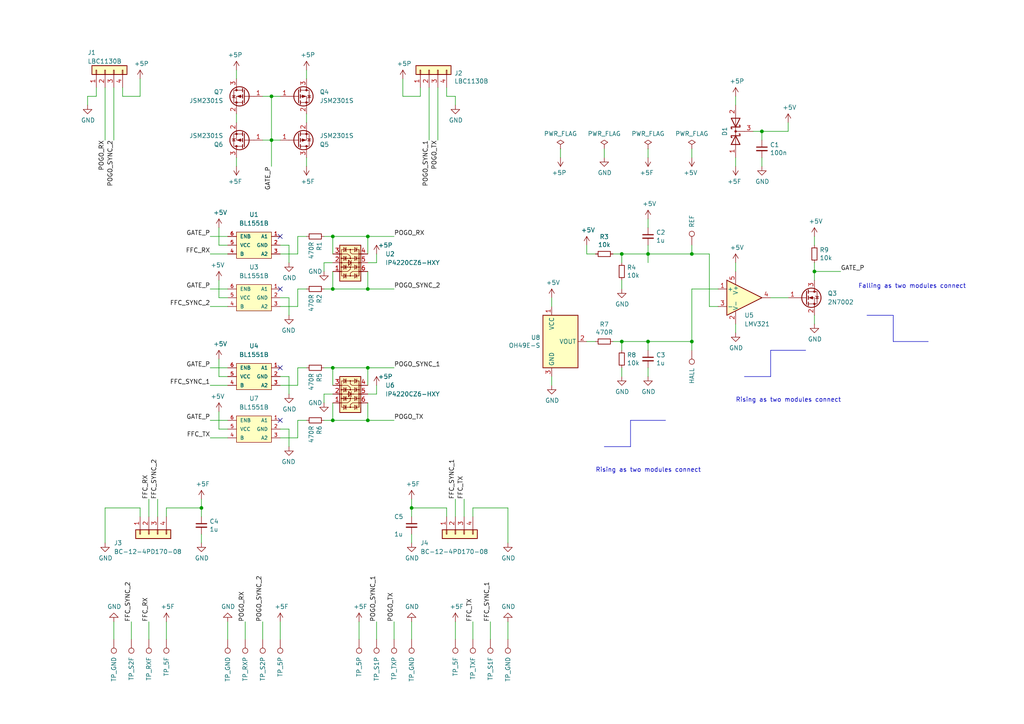
<source format=kicad_sch>
(kicad_sch (version 20231120) (generator "eeschema") (generator_version "8.0")
  (paper "A4")
  (lib_symbols
    (symbol "Amplifier_Operational:LM321" (pin_names (offset 0.127))
      (property "Reference" "U" (at 0 7.62 0))
      (property "Value" "LM321" (at 0 5.08 0))
      (symbol "LM321_0_1"
        (polyline (pts (xy -5.08 5.08) (xy 5.08 0) (xy -5.08 -5.08) (xy -5.08 5.08)) (stroke (width 0.254)) (fill (type background)))
      )
      (symbol "LM321_1_1"
        (pin input line (at -7.62 2.54 0) (length 2.54) (name "+") (number "1"))
        (pin power_in line (at -2.54 -7.62 90) (length 3.81) (name "V-") (number "2"))
        (pin input line (at -7.62 -2.54 0) (length 2.54) (name "-") (number "3"))
        (pin output line (at 7.62 0 180) (length 2.54) (name "~") (number "4"))
        (pin power_in line (at -2.54 7.62 270) (length 3.81) (name "V+") (number "5"))
      )
    )
    (symbol "Connector:TestPoint" (pin_numbers hide) (pin_names (offset 0.762) hide)
      (property "Reference" "TP" (at 0 6.858 0))
      (property "Value" "TestPoint" (at 0 5.08 0))
      (symbol "TestPoint_0_1"
        (circle (center 0 3.302) (radius 0.762))
      )
      (symbol "TestPoint_1_1"
        (pin passive line (at 0 0 90) (length 2.54) (name "1") (number "1"))
      )
    )
    (symbol "Connector_Generic:Conn_01x04" (pin_names (offset 1.016) hide)
      (property "Reference" "J" (at 0 5.08 0))
      (property "Value" "Conn_01x04" (at 0 -7.62 0))
      (symbol "Conn_01x04_1_1"
        (rectangle (start -1.27 -4.953) (end 0 -5.207) (stroke (width 0.1524)))
        (rectangle (start -1.27 -2.413) (end 0 -2.667) (stroke (width 0.1524)))
        (rectangle (start -1.27 0.127) (end 0 -0.127) (stroke (width 0.1524)))
        (rectangle (start -1.27 2.667) (end 0 2.413) (stroke (width 0.1524)))
        (rectangle (start -1.27 3.81) (end 1.27 -6.35) (stroke (width 0.254)) (fill (type background)))
        (pin passive line (at -5.08 2.54 0) (length 3.81) (name "Pin_1") (number "1"))
        (pin passive line (at -5.08 0 0) (length 3.81) (name "Pin_2") (number "2"))
        (pin passive line (at -5.08 -2.54 0) (length 3.81) (name "Pin_3") (number "3"))
        (pin passive line (at -5.08 -5.08 0) (length 3.81) (name "Pin_4") (number "4"))
      )
    )
    (symbol "Device:D_Schottky_Dual_CommonCathode_AAK" (pin_names (offset 0.762) hide)
      (property "Reference" "D" (at 1.27 -2.54 0))
      (property "Value" "D_Schottky_Dual_CommonCathode_AAK" (at 0 2.54 0))
      (symbol "D_Schottky_Dual_CommonCathode_AAK_0_1"
        (polyline (pts (xy -3.81 0) (xy 3.81 0)))
        (polyline (pts (xy 0 0) (xy 0 -2.54)))
        (polyline (pts (xy -1.27 -1.27) (xy -1.27 1.27) (xy -1.27 1.27)) (stroke (width 0.254)))
        (polyline (pts (xy 1.27 -1.27) (xy 1.27 1.27) (xy 1.27 1.27)) (stroke (width 0.254)))
        (polyline (pts (xy -1.27 -1.27) (xy -0.762 -1.27) (xy -0.762 -1.016) (xy -0.762 -1.016)) (stroke (width 0.254)))
        (polyline (pts (xy 1.27 -1.27) (xy 1.778 -1.27) (xy 1.778 -1.016) (xy 1.778 -1.016)) (stroke (width 0.254)))
        (polyline (pts (xy 1.27 1.27) (xy 0.762 1.27) (xy 0.762 1.016) (xy 0.762 1.016)) (stroke (width 0.254)))
        (polyline (pts (xy -1.778 1.016) (xy -1.778 1.27) (xy -1.27 1.27) (xy -1.27 1.27) (xy -1.27 1.27)) (stroke (width 0.254)))
        (polyline (pts (xy -3.81 1.27) (xy -1.27 0) (xy -3.81 -1.27) (xy -3.81 1.27) (xy -3.81 1.27) (xy -3.81 1.27)) (stroke (width 0.254)))
        (polyline (pts (xy 3.81 -1.27) (xy 1.27 0) (xy 3.81 1.27) (xy 3.81 -1.27) (xy 3.81 -1.27) (xy 3.81 -1.27)) (stroke (width 0.254)))
        (circle (center 0 0) (radius 0.254) (fill (type outline)))
        (pin passive line (at -7.62 0 0) (length 3.81) (name "A") (number "1"))
        (pin passive line (at 7.62 0 180) (length 3.81) (name "A") (number "2"))
        (pin passive line (at 0 -5.08 90) (length 2.54) (name "K") (number "3"))
      )
    )
    (symbol "Sensor_Magnetic:A1301KLHLT-T"
      (property "Reference" "U" (at 0 11.43 0))
      (property "Value" "A1301KLHLT-T" (at 0 8.89 0))
      (symbol "A1301KLHLT-T_0_1"
        (rectangle (start -5.08 7.62) (end 5.08 -7.62) (stroke (width 0.254)) (fill (type background)))
      )
      (symbol "A1301KLHLT-T_1_1"
        (pin power_in line (at -2.54 10.16 270) (length 2.54) (name "VCC") (number "1"))
        (pin output line (at 7.62 0 180) (length 2.54) (name "VOUT") (number "2"))
        (pin power_in line (at -2.54 -10.16 90) (length 2.54) (name "GND") (number "3"))
      )
    )
    (symbol "Transistor_FET:2N7002" (pin_names hide)
      (property "Reference" "Q" (at 5.08 1.905 0))
      (property "Value" "2N7002" (at 5.08 0 0))
      (symbol "2N7002_0_1"
        (polyline (pts (xy 0.254 0) (xy -2.54 0)))
        (polyline (pts (xy 0.254 1.905) (xy 0.254 -1.905)) (stroke (width 0.254)))
        (polyline (pts (xy 0.762 -1.27) (xy 0.762 -2.286)) (stroke (width 0.254)))
        (polyline (pts (xy 0.762 0.508) (xy 0.762 -0.508)) (stroke (width 0.254)))
        (polyline (pts (xy 0.762 2.286) (xy 0.762 1.27)) (stroke (width 0.254)))
        (polyline (pts (xy 2.54 2.54) (xy 2.54 1.778)))
        (polyline (pts (xy 2.54 -2.54) (xy 2.54 0) (xy 0.762 0)))
        (polyline (pts (xy 0.762 -1.778) (xy 3.302 -1.778) (xy 3.302 1.778) (xy 0.762 1.778)))
        (polyline (pts (xy 1.016 0) (xy 2.032 0.381) (xy 2.032 -0.381) (xy 1.016 0)) (fill (type outline)))
        (polyline (pts (xy 2.794 0.508) (xy 2.921 0.381) (xy 3.683 0.381) (xy 3.81 0.254)))
        (polyline (pts (xy 3.302 0.381) (xy 2.921 -0.254) (xy 3.683 -0.254) (xy 3.302 0.381)))
        (circle (center 1.651 0) (radius 2.794) (stroke (width 0.254)))
        (circle (center 2.54 -1.778) (radius 0.254) (fill (type outline)))
        (circle (center 2.54 1.778) (radius 0.254) (fill (type outline)))
      )
      (symbol "2N7002_1_1"
        (pin input line (at -5.08 0 0) (length 2.54) (name "G") (number "1"))
        (pin passive line (at 2.54 -5.08 90) (length 2.54) (name "S") (number "2"))
        (pin passive line (at 2.54 5.08 270) (length 2.54) (name "D") (number "3"))
      )
    )
    (symbol "Transistor_FET:IRLML5203" (pin_names hide)
      (property "Reference" "Q" (at 5.08 1.905 0))
      (property "Value" "IRLML5203" (at 5.08 0 0))
      (symbol "IRLML5203_0_1"
        (polyline (pts (xy 0.254 0) (xy -2.54 0)))
        (polyline (pts (xy 0.254 1.905) (xy 0.254 -1.905)) (stroke (width 0.254)))
        (polyline (pts (xy 0.762 -1.27) (xy 0.762 -2.286)) (stroke (width 0.254)))
        (polyline (pts (xy 0.762 0.508) (xy 0.762 -0.508)) (stroke (width 0.254)))
        (polyline (pts (xy 0.762 2.286) (xy 0.762 1.27)) (stroke (width 0.254)))
        (polyline (pts (xy 2.54 2.54) (xy 2.54 1.778)))
        (polyline (pts (xy 2.54 -2.54) (xy 2.54 0) (xy 0.762 0)))
        (polyline (pts (xy 0.762 1.778) (xy 3.302 1.778) (xy 3.302 -1.778) (xy 0.762 -1.778)))
        (polyline (pts (xy 2.286 0) (xy 1.27 0.381) (xy 1.27 -0.381) (xy 2.286 0)) (fill (type outline)))
        (polyline (pts (xy 2.794 -0.508) (xy 2.921 -0.381) (xy 3.683 -0.381) (xy 3.81 -0.254)))
        (polyline (pts (xy 3.302 -0.381) (xy 2.921 0.254) (xy 3.683 0.254) (xy 3.302 -0.381)))
        (circle (center 1.651 0) (radius 2.794) (stroke (width 0.254)))
        (circle (center 2.54 -1.778) (radius 0.254) (fill (type outline)))
        (circle (center 2.54 1.778) (radius 0.254) (fill (type outline)))
      )
      (symbol "IRLML5203_1_1"
        (pin input line (at -5.08 0 0) (length 2.54) (name "G") (number "1"))
        (pin passive line (at 2.54 -5.08 90) (length 2.54) (name "S") (number "2"))
        (pin passive line (at 2.54 5.08 270) (length 2.54) (name "D") (number "3"))
      )
    )
    (symbol "power:+5F" (power) (pin_names (offset 0))
      (property "Value" "+5F" (at 0 3.556 0))
      (symbol "+5F_0_1"
        (polyline (pts (xy -0.762 1.27) (xy 0 2.54)))
        (polyline (pts (xy 0 0) (xy 0 2.54)))
        (polyline (pts (xy 0 2.54) (xy 0.762 1.27)))
      )
      (symbol "+5F_1_1"
        (pin power_in line (at 0 0 90) (length 0) hide (name "+5F") (number "1"))
      )
    )
    (symbol "power:+5P" (power) (pin_names (offset 0))
      (property "Value" "+5P" (at 0 3.556 0))
      (symbol "+5P_0_1"
        (polyline (pts (xy -0.762 1.27) (xy 0 2.54)))
        (polyline (pts (xy 0 0) (xy 0 2.54)))
        (polyline (pts (xy 0 2.54) (xy 0.762 1.27)))
      )
      (symbol "+5P_1_1"
        (pin power_in line (at 0 0 90) (length 0) hide (name "+5P") (number "1"))
      )
    )
    (symbol "power:+5V" (power) (pin_names (offset 0))
      (property "Value" "+5V" (at 0 3.556 0))
      (symbol "+5V_0_1"
        (polyline (pts (xy -0.762 1.27) (xy 0 2.54)))
        (polyline (pts (xy 0 0) (xy 0 2.54)))
        (polyline (pts (xy 0 2.54) (xy 0.762 1.27)))
      )
      (symbol "+5V_1_1"
        (pin power_in line (at 0 0 90) (length 0) hide (name "+5V") (number "1"))
      )
    )
    (symbol "power:GND" (power) (pin_names (offset 0))
      (property "Value" "GND" (at 0 -3.81 0))
      (symbol "GND_0_1"
        (polyline (pts (xy 0 0) (xy 0 -1.27) (xy 1.27 -1.27) (xy 0 -2.54) (xy -1.27 -1.27) (xy 0 -1.27)))
      )
      (symbol "GND_1_1"
        (pin power_in line (at 0 0 270) (length 0) hide (name "GND") (number "1"))
      )
    )
    (symbol "power:PWR_FLAG" (power) (pin_numbers hide) (pin_names (offset 0) hide)
      (property "Value" "PWR_FLAG" (at 0 3.81 0))
      (symbol "PWR_FLAG_0_0"
        (pin power_out line (at 0 0 90) (length 0) (name "pwr") (number "1"))
      )
      (symbol "PWR_FLAG_0_1"
        (polyline (pts (xy 0 0) (xy 0 1.27) (xy -1.016 1.905) (xy 0 2.54) (xy 1.016 1.905) (xy 0 1.27)))
      )
    )
    (symbol "suku_basics:BL1551B" (pin_names (offset 1.016))
      (property "Reference" "U" (at 0 5.08 0))
      (property "Value" "BL1551B" (at 0 -5.08 0))
      (symbol "BL1551B_0_1"
        (rectangle (start -5.08 3.81) (end 5.08 -3.81) (fill (type background)))
      )
      (symbol "BL1551B_1_1"
        (pin bidirectional line (at -7.62 2.54 0) (length 2.54) (name "A1") (number "1"))
        (pin power_in line (at -7.62 0 0) (length 2.54) (name "GND") (number "2"))
        (pin bidirectional line (at -7.62 -2.54 0) (length 2.54) (name "A2") (number "3"))
        (pin bidirectional line (at 7.62 -2.54 180) (length 2.54) (name "B") (number "4"))
        (pin power_in line (at 7.62 0 180) (length 2.54) (name "VCC") (number "5"))
        (pin input line (at 7.62 2.54 180) (length 2.54) (name "ENB") (number "6"))
      )
    )
    (symbol "suku_basics:CAP" (pin_numbers hide) (pin_names (offset 0.254) hide)
      (property "Reference" "C" (at 0.254 1.778 0))
      (property "Value" "CAP" (at 0.254 -2.032 0))
      (symbol "CAP_0_1"
        (polyline (pts (xy -1.524 -0.508) (xy 1.524 -0.508)) (stroke (width 0.3302)))
        (polyline (pts (xy -1.524 0.508) (xy 1.524 0.508)) (stroke (width 0.3048)))
      )
      (symbol "CAP_1_1"
        (pin passive line (at 0 2.54 270) (length 2.032) (name "~") (number "1"))
        (pin passive line (at 0 -2.54 90) (length 2.032) (name "~") (number "2"))
      )
    )
    (symbol "suku_basics:RES" (pin_numbers hide) (pin_names (offset 0.254) hide)
      (property "Reference" "R" (at 0.762 0.508 0))
      (property "Value" "RES" (at 0.762 -1.016 0))
      (symbol "RES_1_1"
        (rectangle (start -0.762 1.778) (end 0.762 -1.778) (stroke (width 0.2032)))
        (pin passive line (at 0 2.54 270) (length 0.762) (name "~") (number "1"))
        (pin passive line (at 0 -2.54 90) (length 0.762) (name "~") (number "2"))
      )
    )
    (symbol "suku_basics:U_ESD_4ch"
      (property "Reference" "U" (at -6.985 -2.54 0))
      (property "Value" "U_ESD_4ch" (at 6.35 1.27 90))
      (symbol "U_ESD_4ch_0_1"
        (rectangle (start -5.334 3.048) (end 5.08 -3.048) (stroke (width 0.254)) (fill (type background)))
        (circle (center -3.81 0) (radius 0.127))
        (circle (center -3.81 0) (radius 0.127))
        (circle (center -1.27 -2.54) (radius 0.127))
        (circle (center -1.27 -2.54) (radius 0.127))
        (circle (center -1.27 0) (radius 0.127))
        (circle (center -1.27 0) (radius 0.127))
        (circle (center -1.27 2.54) (radius 0.127))
        (circle (center -1.27 2.54) (radius 0.127))
        (circle (center 0 -2.54) (radius 0.127))
        (circle (center 0 -2.54) (radius 0.127))
        (polyline (pts (xy -4.445 -1.27) (xy -3.175 -1.27)))
        (polyline (pts (xy -4.445 -1.27) (xy -3.175 -1.27)))
        (polyline (pts (xy -4.445 1.905) (xy -3.175 1.905)))
        (polyline (pts (xy -3.81 -2.54) (xy -3.81 -0.635)))
        (polyline (pts (xy -3.81 -2.54) (xy 3.81 -2.54)))
        (polyline (pts (xy -3.81 -0.635) (xy -3.81 0.635)))
        (polyline (pts (xy -3.81 0.635) (xy -3.81 2.54)))
        (polyline (pts (xy -3.81 2.54) (xy 3.81 2.54)))
        (polyline (pts (xy -3.81 2.54) (xy 3.81 2.54)))
        (polyline (pts (xy -1.905 -1.27) (xy -0.635 -1.27)))
        (polyline (pts (xy -1.905 -1.27) (xy -0.635 -1.27)))
        (polyline (pts (xy -1.905 1.905) (xy -0.635 1.905)))
        (polyline (pts (xy -1.27 -2.54) (xy -1.27 -0.635)))
        (polyline (pts (xy -1.27 -2.54) (xy -1.27 -0.635)))
        (polyline (pts (xy -1.27 0.635) (xy -1.27 -0.635)))
        (polyline (pts (xy -1.27 0.635) (xy -1.27 2.54)))
        (polyline (pts (xy 0 -0.889) (xy 0 -3.81)))
        (polyline (pts (xy 0 -0.889) (xy 0 1.016)))
        (polyline (pts (xy 0 -0.889) (xy 0 1.016)))
        (polyline (pts (xy 0 1.016) (xy 0 3.81)))
        (polyline (pts (xy 0.635 -1.27) (xy 1.905 -1.27)))
        (polyline (pts (xy 0.635 -1.27) (xy 1.905 -1.27)))
        (polyline (pts (xy 0.635 1.905) (xy 1.905 1.905)))
        (polyline (pts (xy 1.27 -2.54) (xy 1.27 -0.635)))
        (polyline (pts (xy 1.27 -2.54) (xy 1.27 -0.635)))
        (polyline (pts (xy 1.27 0.635) (xy 1.27 -0.635)))
        (polyline (pts (xy 1.27 0.635) (xy 1.27 2.54)))
        (polyline (pts (xy 3.175 -1.27) (xy 4.445 -1.27)))
        (polyline (pts (xy 3.175 -1.27) (xy 4.445 -1.27)))
        (polyline (pts (xy 3.175 1.905) (xy 4.445 1.905)))
        (polyline (pts (xy 3.81 -2.54) (xy 3.81 -0.635)))
        (polyline (pts (xy 3.81 0.635) (xy 3.81 -0.635)))
        (polyline (pts (xy 3.81 0.635) (xy 3.81 2.54)))
        (polyline (pts (xy 0.762 0.254) (xy -0.762 0.254) (xy -0.762 0)))
        (polyline (pts (xy -4.445 -1.905) (xy -3.175 -1.905) (xy -3.81 -1.27) (xy -4.445 -1.905)))
        (polyline (pts (xy -4.445 1.27) (xy -3.175 1.27) (xy -3.81 1.905) (xy -4.445 1.27)))
        (polyline (pts (xy -2.54 -3.81) (xy -2.54 -0.762) (xy -1.905 0) (xy -1.27 0)))
        (polyline (pts (xy -2.54 3.81) (xy -2.54 0.635) (xy -3.048 0) (xy -3.937 0)))
        (polyline (pts (xy -1.905 -1.905) (xy -0.635 -1.905) (xy -1.27 -1.27) (xy -1.905 -1.905)))
        (polyline (pts (xy -1.905 1.27) (xy -0.635 1.27) (xy -1.27 1.905) (xy -1.905 1.27)))
        (polyline (pts (xy -0.762 -0.508) (xy 0.762 -0.508) (xy 0 0.254) (xy -0.762 -0.508)))
        (polyline (pts (xy -0.762 -0.508) (xy 0.762 -0.508) (xy 0 0.254) (xy -0.762 -0.508)))
        (polyline (pts (xy 0.635 -1.905) (xy 1.905 -1.905) (xy 1.27 -1.27) (xy 0.635 -1.905)))
        (polyline (pts (xy 0.635 1.27) (xy 1.905 1.27) (xy 1.27 1.905) (xy 0.635 1.27)))
        (polyline (pts (xy 2.54 -3.81) (xy 2.54 -0.762) (xy 1.905 0) (xy 1.143 0)))
        (polyline (pts (xy 2.54 3.81) (xy 2.54 0.508) (xy 2.921 0) (xy 3.81 0)))
        (polyline (pts (xy 3.175 -1.905) (xy 4.445 -1.905) (xy 3.81 -1.27) (xy 3.175 -1.905)))
        (polyline (pts (xy 3.175 1.27) (xy 4.445 1.27) (xy 3.81 1.905) (xy 3.175 1.27)))
        (circle (center 0 2.54) (radius 0.127))
        (circle (center 0 2.54) (radius 0.127))
        (circle (center 1.27 -2.54) (radius 0.127))
        (circle (center 1.27 -2.54) (radius 0.127))
        (circle (center 1.27 0) (radius 0.127))
        (circle (center 1.27 0) (radius 0.127))
        (circle (center 1.27 2.54) (radius 0.127))
        (circle (center 1.27 2.54) (radius 0.127))
        (circle (center 3.81 0) (radius 0.127))
        (circle (center 3.81 0) (radius 0.127))
      )
      (symbol "U_ESD_4ch_1_1"
        (pin passive line (at -2.54 -5.08 90) (length 2.54) (name "~") (number "1"))
        (pin passive line (at 0 -5.08 90) (length 2.54) (name "~") (number "2"))
        (pin passive line (at 2.54 -5.08 90) (length 2.54) (name "~") (number "3"))
        (pin passive line (at 2.54 5.08 270) (length 2.54) (name "~") (number "4"))
        (pin passive line (at 0 5.08 270) (length 2.54) (name "~") (number "5"))
        (pin passive line (at -2.54 5.08 270) (length 2.54) (name "~") (number "6"))
      )
    )
  )
  (junction (at 96.52 121.92))
  (junction (at 180.34 73.66))
  (junction (at 119.38 147.32))
  (junction (at 236.22 78.74))
  (junction (at 220.98 38.1))
  (junction (at 200.66 99.06))
  (junction (at 96.52 83.82))
  (junction (at 106.68 83.82))
  (junction (at 187.96 73.66))
  (junction (at 106.68 121.92))
  (junction (at 106.68 68.58))
  (junction (at 200.66 73.66))
  (junction (at 187.96 99.06))
  (junction (at 78.74 27.94))
  (junction (at 78.74 40.64))
  (junction (at 96.52 68.58))
  (junction (at 58.42 147.32))
  (junction (at 180.34 99.06))
  (junction (at 96.52 106.68))
  (junction (at 106.68 106.68))
  (no_connect (at 81.28 106.68))
  (no_connect (at 81.28 121.92))
  (no_connect (at 81.28 83.82))
  (no_connect (at 81.28 68.58))
  (wire (pts (xy 68.58 33.02) (xy 68.58 35.56)))
  (wire (pts (xy 81.28 40.64) (xy 78.74 40.64)))
  (polyline (pts (xy 251.46 91.44) (xy 259.08 91.44)))
  (polyline (pts (xy 259.08 91.44) (xy 259.08 99.06)))
  (wire (pts (xy 208.28 83.82) (xy 200.66 83.82)))
  (wire (pts (xy 236.22 93.98) (xy 236.22 91.44)))
  (wire (pts (xy 78.74 40.64) (xy 76.2 40.64)))
  (wire (pts (xy 162.56 43.18) (xy 162.56 45.72)))
  (wire (pts (xy 116.84 27.94) (xy 121.92 27.94)))
  (wire (pts (xy 86.36 127) (xy 86.36 121.92)))
  (wire (pts (xy 30.48 25.4) (xy 30.48 40.64)))
  (wire (pts (xy 220.98 40.64) (xy 220.98 38.1)))
  (wire (pts (xy 33.02 180.34) (xy 33.02 185.42)))
  (wire (pts (xy 48.26 147.32) (xy 48.26 149.86)))
  (wire (pts (xy 129.54 25.4) (xy 129.54 27.94)))
  (wire (pts (xy 27.94 27.94) (xy 27.94 25.4)))
  (wire (pts (xy 160.02 86.36) (xy 160.02 88.9)))
  (wire (pts (xy 200.66 71.12) (xy 200.66 73.66)))
  (wire (pts (xy 137.16 180.34) (xy 137.16 185.42)))
  (wire (pts (xy 106.68 121.92) (xy 114.3 121.92)))
  (wire (pts (xy 220.98 48.26) (xy 220.98 45.72)))
  (wire (pts (xy 104.14 180.34) (xy 104.14 185.42)))
  (wire (pts (xy 170.18 73.66) (xy 172.72 73.66)))
  (wire (pts (xy 213.36 48.26) (xy 213.36 45.72)))
  (wire (pts (xy 223.52 86.36) (xy 228.6 86.36)))
  (wire (pts (xy 109.22 73.66) (xy 109.22 76.2)))
  (wire (pts (xy 81.28 88.9) (xy 86.36 88.9)))
  (wire (pts (xy 119.38 180.34) (xy 119.38 185.42)))
  (polyline (pts (xy 223.52 109.22) (xy 223.52 101.6)))
  (wire (pts (xy 137.16 147.32) (xy 137.16 149.86)))
  (wire (pts (xy 86.36 68.58) (xy 88.9 68.58)))
  (wire (pts (xy 68.58 20.32) (xy 68.58 22.86)))
  (wire (pts (xy 187.96 43.18) (xy 187.96 45.72)))
  (wire (pts (xy 71.12 180.34) (xy 71.12 185.42)))
  (wire (pts (xy 213.36 76.2) (xy 213.36 78.74)))
  (wire (pts (xy 86.36 111.76) (xy 86.36 106.68)))
  (wire (pts (xy 106.68 73.66) (xy 106.68 68.58)))
  (wire (pts (xy 129.54 147.32) (xy 129.54 149.86)))
  (wire (pts (xy 132.08 180.34) (xy 132.08 185.42)))
  (wire (pts (xy 96.52 116.84) (xy 96.52 121.92)))
  (wire (pts (xy 160.02 111.76) (xy 160.02 109.22)))
  (wire (pts (xy 81.28 73.66) (xy 86.36 73.66)))
  (wire (pts (xy 96.52 76.2) (xy 93.98 76.2)))
  (wire (pts (xy 66.04 124.46) (xy 63.5 124.46)))
  (wire (pts (xy 96.52 83.82) (xy 106.68 83.82)))
  (polyline (pts (xy 259.08 99.06) (xy 269.24 99.06)))
  (wire (pts (xy 30.48 147.32) (xy 40.64 147.32)))
  (wire (pts (xy 96.52 73.66) (xy 96.52 68.58)))
  (wire (pts (xy 81.28 180.34) (xy 81.28 185.42)))
  (wire (pts (xy 180.34 73.66) (xy 177.8 73.66)))
  (wire (pts (xy 106.68 83.82) (xy 114.3 83.82)))
  (wire (pts (xy 66.04 109.22) (xy 63.5 109.22)))
  (wire (pts (xy 175.26 43.18) (xy 175.26 45.72)))
  (wire (pts (xy 66.04 88.9) (xy 60.96 88.9)))
  (wire (pts (xy 187.96 73.66) (xy 200.66 73.66)))
  (wire (pts (xy 180.34 76.2) (xy 180.34 73.66)))
  (wire (pts (xy 187.96 76.2) (xy 187.96 73.66)))
  (wire (pts (xy 205.74 88.9) (xy 208.28 88.9)))
  (wire (pts (xy 88.9 33.02) (xy 88.9 35.56)))
  (wire (pts (xy 106.68 111.76) (xy 106.68 106.68)))
  (wire (pts (xy 58.42 144.78) (xy 58.42 147.32)))
  (wire (pts (xy 93.98 106.68) (xy 96.52 106.68)))
  (wire (pts (xy 63.5 119.38) (xy 63.5 124.46)))
  (wire (pts (xy 58.42 149.86) (xy 58.42 147.32)))
  (wire (pts (xy 66.04 86.36) (xy 63.5 86.36)))
  (wire (pts (xy 142.24 180.34) (xy 142.24 185.42)))
  (polyline (pts (xy 182.88 129.54) (xy 182.88 121.92)))
  (wire (pts (xy 119.38 157.48) (xy 119.38 154.94)))
  (wire (pts (xy 187.96 109.22) (xy 187.96 106.68)))
  (wire (pts (xy 68.58 48.26) (xy 68.58 45.72)))
  (wire (pts (xy 38.1 180.34) (xy 38.1 185.42)))
  (wire (pts (xy 93.98 68.58) (xy 96.52 68.58)))
  (wire (pts (xy 96.52 121.92) (xy 106.68 121.92)))
  (wire (pts (xy 106.68 116.84) (xy 106.68 121.92)))
  (wire (pts (xy 86.36 88.9) (xy 86.36 83.82)))
  (wire (pts (xy 83.82 86.36) (xy 83.82 91.44)))
  (wire (pts (xy 187.96 99.06) (xy 180.34 99.06)))
  (wire (pts (xy 88.9 121.92) (xy 86.36 121.92)))
  (wire (pts (xy 88.9 20.32) (xy 88.9 22.86)))
  (wire (pts (xy 35.56 25.4) (xy 35.56 27.94)))
  (wire (pts (xy 76.2 180.34) (xy 76.2 185.42)))
  (wire (pts (xy 180.34 106.68) (xy 180.34 109.22)))
  (wire (pts (xy 200.66 99.06) (xy 187.96 99.06)))
  (wire (pts (xy 200.66 43.18) (xy 200.66 45.72)))
  (wire (pts (xy 96.52 114.3) (xy 93.98 114.3)))
  (wire (pts (xy 81.28 111.76) (xy 86.36 111.76)))
  (wire (pts (xy 60.96 68.58) (xy 66.04 68.58)))
  (wire (pts (xy 40.64 27.94) (xy 40.64 22.86)))
  (wire (pts (xy 66.04 121.92) (xy 60.96 121.92)))
  (wire (pts (xy 200.66 73.66) (xy 205.74 73.66)))
  (wire (pts (xy 83.82 124.46) (xy 83.82 129.54)))
  (wire (pts (xy 220.98 38.1) (xy 228.6 38.1)))
  (wire (pts (xy 96.52 78.74) (xy 96.52 83.82)))
  (wire (pts (xy 106.68 78.74) (xy 106.68 83.82)))
  (wire (pts (xy 25.4 27.94) (xy 27.94 27.94)))
  (wire (pts (xy 83.82 71.12) (xy 81.28 71.12)))
  (wire (pts (xy 43.18 180.34) (xy 43.18 185.42)))
  (wire (pts (xy 60.96 106.68) (xy 66.04 106.68)))
  (wire (pts (xy 81.28 127) (xy 86.36 127)))
  (wire (pts (xy 96.52 111.76) (xy 96.52 106.68)))
  (wire (pts (xy 66.04 180.34) (xy 66.04 185.42)))
  (wire (pts (xy 96.52 106.68) (xy 106.68 106.68)))
  (wire (pts (xy 180.34 81.28) (xy 180.34 83.82)))
  (wire (pts (xy 60.96 73.66) (xy 66.04 73.66)))
  (wire (pts (xy 63.5 66.04) (xy 63.5 71.12)))
  (wire (pts (xy 121.92 27.94) (xy 121.92 25.4)))
  (wire (pts (xy 205.74 73.66) (xy 205.74 88.9)))
  (wire (pts (xy 228.6 38.1) (xy 228.6 35.56)))
  (wire (pts (xy 180.34 101.6) (xy 180.34 99.06)))
  (wire (pts (xy 83.82 86.36) (xy 81.28 86.36)))
  (wire (pts (xy 109.22 76.2) (xy 106.68 76.2)))
  (wire (pts (xy 88.9 48.26) (xy 88.9 45.72)))
  (wire (pts (xy 58.42 157.48) (xy 58.42 154.94)))
  (wire (pts (xy 83.82 124.46) (xy 81.28 124.46)))
  (wire (pts (xy 213.36 96.52) (xy 213.36 93.98)))
  (polyline (pts (xy 215.9 109.22) (xy 223.52 109.22)))
  (wire (pts (xy 78.74 27.94) (xy 78.74 40.64)))
  (wire (pts (xy 109.22 111.76) (xy 109.22 114.3)))
  (wire (pts (xy 119.38 147.32) (xy 119.38 149.86)))
  (wire (pts (xy 48.26 147.32) (xy 58.42 147.32)))
  (wire (pts (xy 45.72 144.78) (xy 45.72 149.86)))
  (wire (pts (xy 200.66 83.82) (xy 200.66 99.06)))
  (wire (pts (xy 236.22 78.74) (xy 243.84 78.74)))
  (wire (pts (xy 43.18 144.78) (xy 43.18 149.86)))
  (wire (pts (xy 93.98 83.82) (xy 96.52 83.82)))
  (wire (pts (xy 114.3 180.34) (xy 114.3 185.42)))
  (wire (pts (xy 83.82 109.22) (xy 81.28 109.22)))
  (wire (pts (xy 170.18 99.06) (xy 172.72 99.06)))
  (wire (pts (xy 116.84 22.86) (xy 116.84 27.94)))
  (wire (pts (xy 213.36 27.94) (xy 213.36 30.48)))
  (wire (pts (xy 93.98 114.3) (xy 93.98 116.84)))
  (wire (pts (xy 187.96 63.5) (xy 187.96 66.04)))
  (wire (pts (xy 119.38 147.32) (xy 129.54 147.32)))
  (wire (pts (xy 86.36 73.66) (xy 86.36 68.58)))
  (wire (pts (xy 78.74 40.64) (xy 78.74 48.26)))
  (wire (pts (xy 93.98 121.92) (xy 96.52 121.92)))
  (wire (pts (xy 40.64 147.32) (xy 40.64 149.86)))
  (wire (pts (xy 33.02 25.4) (xy 33.02 40.64)))
  (wire (pts (xy 30.48 147.32) (xy 30.48 157.48)))
  (wire (pts (xy 236.22 68.58) (xy 236.22 71.12)))
  (wire (pts (xy 83.82 114.3) (xy 83.82 109.22)))
  (wire (pts (xy 88.9 83.82) (xy 86.36 83.82)))
  (wire (pts (xy 63.5 104.14) (xy 63.5 109.22)))
  (wire (pts (xy 236.22 78.74) (xy 236.22 81.28)))
  (wire (pts (xy 236.22 76.2) (xy 236.22 78.74)))
  (wire (pts (xy 88.9 106.68) (xy 86.36 106.68)))
  (wire (pts (xy 93.98 76.2) (xy 93.98 78.74)))
  (wire (pts (xy 25.4 30.48) (xy 25.4 27.94)))
  (wire (pts (xy 96.52 68.58) (xy 106.68 68.58)))
  (wire (pts (xy 200.66 99.06) (xy 200.66 101.6)))
  (wire (pts (xy 66.04 127) (xy 60.96 127)))
  (wire (pts (xy 76.2 27.94) (xy 78.74 27.94)))
  (wire (pts (xy 187.96 71.12) (xy 187.96 73.66)))
  (polyline (pts (xy 223.52 101.6) (xy 233.68 101.6)))
  (wire (pts (xy 63.5 81.28) (xy 63.5 86.36)))
  (wire (pts (xy 66.04 83.82) (xy 60.96 83.82)))
  (wire (pts (xy 106.68 106.68) (xy 114.3 106.68)))
  (wire (pts (xy 170.18 71.12) (xy 170.18 73.66)))
  (wire (pts (xy 106.68 68.58) (xy 114.3 68.58)))
  (wire (pts (xy 66.04 71.12) (xy 63.5 71.12)))
  (wire (pts (xy 220.98 38.1) (xy 218.44 38.1)))
  (polyline (pts (xy 182.88 121.92) (xy 193.04 121.92)))
  (wire (pts (xy 129.54 27.94) (xy 132.08 27.94)))
  (wire (pts (xy 147.32 180.34) (xy 147.32 185.42)))
  (wire (pts (xy 60.96 111.76) (xy 66.04 111.76)))
  (wire (pts (xy 35.56 27.94) (xy 40.64 27.94)))
  (wire (pts (xy 109.22 180.34) (xy 109.22 185.42)))
  (wire (pts (xy 132.08 27.94) (xy 132.08 30.48)))
  (wire (pts (xy 119.38 144.78) (xy 119.38 147.32)))
  (wire (pts (xy 187.96 101.6) (xy 187.96 99.06)))
  (wire (pts (xy 48.26 180.34) (xy 48.26 185.42)))
  (wire (pts (xy 134.62 144.78) (xy 134.62 149.86)))
  (wire (pts (xy 187.96 73.66) (xy 180.34 73.66)))
  (wire (pts (xy 124.46 25.4) (xy 124.46 40.64)))
  (polyline (pts (xy 175.26 129.54) (xy 182.88 129.54)))
  (wire (pts (xy 180.34 99.06) (xy 177.8 99.06)))
  (wire (pts (xy 132.08 144.78) (xy 132.08 149.86)))
  (wire (pts (xy 127 25.4) (xy 127 40.64)))
  (wire (pts (xy 81.28 27.94) (xy 78.74 27.94)))
  (wire (pts (xy 137.16 147.32) (xy 147.32 147.32)))
  (wire (pts (xy 147.32 157.48) (xy 147.32 147.32)))
  (wire (pts (xy 83.82 76.2) (xy 83.82 71.12)))
  (wire (pts (xy 109.22 114.3) (xy 106.68 114.3)))
  (text "Rising as two modules connect\n" (at 172.72 137.16 0) (effects (font (size 1.27 1.27)) (justify left bottom)))
  (text "Rising as two modules connect\n" (at 213.36 116.84 0) (effects (font (size 1.27 1.27)) (justify left bottom)))
  (text "Falling as two modules connect" (at 248.92 83.82 0) (effects (font (size 1.27 1.27)) (justify left bottom)))
  (label "GATE_P" (at 60.96 106.68 180))
  (label "GATE_P" (at 60.96 121.92 180))
  (label "GATE_P" (at 60.96 83.82 180))
  (label "POGO_RX" (at 71.12 180.34 90))
  (label "FFC_SYNC_1" (at 60.96 111.76 180))
  (label "FFC_SYNC_1" (at 132.08 144.78 90))
  (label "FFC_SYNC_2" (at 60.96 88.9 180))
  (label "FFC_SYNC_2" (at 45.72 144.78 90))
  (label "FFC_TX" (at 134.62 144.78 90))
  (label "FFC_SYNC_1" (at 142.24 180.34 90))
  (label "GATE_P" (at 78.74 48.26 270))
  (label "GATE_P" (at 243.84 78.74 0))
  (label "POGO_TX" (at 114.3 121.92 0))
  (label "POGO_SYNC_1" (at 109.22 180.34 90))
  (label "POGO_SYNC_2" (at 33.02 40.64 270))
  (label "FFC_TX" (at 137.16 180.34 90))
  (label "FFC_RX" (at 43.18 180.34 90))
  (label "POGO_TX" (at 127 40.64 270))
  (label "FFC_SYNC_2" (at 38.1 180.34 90))
  (label "FFC_TX" (at 60.96 127 180))
  (label "GATE_P" (at 60.96 68.58 180))
  (label "POGO_SYNC_2" (at 76.2 180.34 90))
  (label "POGO_SYNC_1" (at 114.3 106.68 0))
  (label "POGO_SYNC_2" (at 114.3 83.82 0))
  (label "POGO_RX" (at 30.48 40.64 270))
  (label "POGO_RX" (at 114.3 68.58 0))
  (label "FFC_RX" (at 60.96 73.66 180))
  (label "FFC_RX" (at 43.18 144.78 90))
  (label "POGO_SYNC_1" (at 124.46 40.64 270))
  (label "POGO_TX" (at 114.3 180.34 90))
  (symbol (lib_id "suku_basics:U_ESD_4ch") (at 101.6 76.2 270) (mirror x) (unit 1)
    (property "Reference" "U2" (at 111.76 73.66 90) (effects (justify left)))
    (property "Value" "IP4220CZ6-HXY" (at 111.76 76.2 90) (effects (justify left)))
    (property "Footprint" "suku_basics:SOT-23-6-AND-SOT-363" (effects (hide yes)))
    (property "Datasheet" "https://jlcpcb.com/partdetail/HxyMosfet-IP4220CZ6HXY/C5451661" (effects (hide yes)))
    (property "Part" "C294963" (effects (hide yes)))
  )
  (symbol (lib_id "suku_basics:RES") (at 91.44 68.58 270) (unit 1)
    (property "Reference" "R1" (at 92.6084 70.0786 0) (effects (justify left)))
    (property "Value" "470R" (at 90.297 70.0786 0) (effects (justify left)))
    (property "Footprint" "suku_basics:RES_0402" (effects (hide yes)))
  )
  (symbol (lib_id "Connector_Generic:Conn_01x04") (at 30.48 20.32 90) (unit 1)
    (property "Reference" "J1" (at 25.4 15.24 90) (effects (justify right)))
    (property "Value" "LBC1130B" (at 25.4 17.78 90) (effects (justify right)))
    (property "Footprint" "suku_basics:J_4xPOGO_SMD" (effects (hide yes)))
    (property "Part" "LBC1130B" (effects (hide yes)))
  )
  (symbol (lib_id "Connector_Generic:Conn_01x04") (at 124.46 20.32 90) (unit 1)
    (property "Reference" "J2" (at 131.7752 21.2344 90) (effects (justify right)))
    (property "Value" "LBC1130B" (at 131.7752 23.5458 90) (effects (justify right)))
    (property "Footprint" "suku_basics:J_4xPOGO_SMD" (effects (hide yes)))
    (property "Part" "LBC1130B" (effects (hide yes)))
  )
  (symbol (lib_id "power:GND") (at 93.98 78.74 0) (unit 1)
    (property "Reference" "#PWR018" (effects (hide yes)))
    (property "Value" "GND" (at 91.44 78.74 0))
  )
  (symbol (lib_id "power:+5P") (at 116.84 22.86 0) (unit 1)
    (property "Reference" "#PWR04" (effects (hide yes)))
    (property "Value" "+5P" (at 117.221 18.4658 0))
  )
  (symbol (lib_id "power:GND") (at 25.4 30.48 0) (unit 1)
    (property "Reference" "#PWR05" (effects (hide yes)))
    (property "Value" "GND" (at 25.527 34.8742 0))
  )
  (symbol (lib_id "power:+5P") (at 40.64 22.86 0) (unit 1)
    (property "Reference" "#PWR03" (effects (hide yes)))
    (property "Value" "+5P" (at 41.021 18.4658 0))
  )
  (symbol (lib_id "power:GND") (at 132.08 30.48 0) (unit 1)
    (property "Reference" "#PWR06" (effects (hide yes)))
    (property "Value" "GND" (at 132.207 34.8742 0))
  )
  (symbol (lib_id "power:+5P") (at 88.9 20.32 0) (unit 1)
    (property "Reference" "#PWR02" (effects (hide yes)))
    (property "Value" "+5P" (at 89.281 15.9258 0))
  )
  (symbol (lib_id "power:+5F") (at 68.58 48.26 180) (unit 1)
    (property "Reference" "#PWR07" (effects (hide yes)))
    (property "Value" "+5F" (at 68.199 52.6542 0))
  )
  (symbol (lib_id "power:+5P") (at 68.58 20.32 0) (mirror y) (unit 1)
    (property "Reference" "#PWR01" (effects (hide yes)))
    (property "Value" "+5P" (at 68.199 15.9258 0))
  )
  (symbol (lib_id "power:+5F") (at 88.9 48.26 0) (mirror x) (unit 1)
    (property "Reference" "#PWR08" (effects (hide yes)))
    (property "Value" "+5F" (at 89.281 52.6542 0))
  )
  (symbol (lib_id "power:+5P") (at 109.22 73.66 0) (unit 1)
    (property "Reference" "#PWR012" (effects (hide yes)))
    (property "Value" "+5P" (at 111.76 71.12 0))
  )
  (symbol (lib_id "suku_basics:U_ESD_4ch") (at 101.6 114.3 270) (mirror x) (unit 1)
    (property "Reference" "U6" (at 111.76 111.76 90) (effects (justify left)))
    (property "Value" "IP4220CZ6-HXY" (at 111.76 114.3 90) (effects (justify left)))
    (property "Footprint" "suku_basics:SOT-23-6-AND-SOT-363" (effects (hide yes)))
    (property "Datasheet" "https://jlcpcb.com/partdetail/HxyMosfet-IP4220CZ6HXY/C5451661" (effects (hide yes)))
    (property "Part" "C294963" (effects (hide yes)))
  )
  (symbol (lib_id "suku_basics:CAP") (at 58.42 152.4 0) (unit 1)
    (property "Reference" "C4" (at 60.7568 151.2316 0) (effects (justify left)))
    (property "Value" "1u" (at 60.7568 153.543 0) (effects (justify left)))
    (property "Footprint" "suku_basics:CAP_0402" (effects (hide yes)))
  )
  (symbol (lib_id "power:GND") (at 30.48 157.48 0) (unit 1)
    (property "Reference" "#PWR040" (effects (hide yes)))
    (property "Value" "GND" (at 30.607 161.8742 0))
  )
  (symbol (lib_id "power:+5F") (at 58.42 144.78 0) (unit 1)
    (property "Reference" "#PWR038" (effects (hide yes)))
    (property "Value" "+5F" (at 58.801 140.3858 0))
  )
  (symbol (lib_id "power:GND") (at 58.42 157.48 0) (unit 1)
    (property "Reference" "#PWR041" (effects (hide yes)))
    (property "Value" "GND" (at 58.547 161.8742 0))
  )
  (symbol (lib_id "suku_basics:CAP") (at 119.38 152.4 0) (unit 1)
    (property "Reference" "C5" (at 114.3 149.86 0) (effects (justify left)))
    (property "Value" "1u" (at 114.3 154.94 0) (effects (justify left)))
    (property "Footprint" "suku_basics:CAP_0402" (effects (hide yes)))
  )
  (symbol (lib_id "power:+5F") (at 119.38 144.78 0) (unit 1)
    (property "Reference" "#PWR039" (effects (hide yes)))
    (property "Value" "+5F" (at 119.761 140.3858 0))
  )
  (symbol (lib_id "power:GND") (at 119.38 157.48 0) (unit 1)
    (property "Reference" "#PWR042" (effects (hide yes)))
    (property "Value" "GND" (at 119.507 161.8742 0))
  )
  (symbol (lib_id "power:GND") (at 147.32 157.48 0) (unit 1)
    (property "Reference" "#PWR043" (effects (hide yes)))
    (property "Value" "GND" (at 147.447 161.8742 0))
  )
  (symbol (lib_id "Device:D_Schottky_Dual_CommonCathode_AAK") (at 213.36 38.1 90) (unit 1)
    (property "Reference" "D1" (at 210.185 38.1 0))
    (property "Value" "BAT54C" (effects (hide yes)))
    (property "Footprint" "suku_basics:SOT-23" (effects (hide yes)))
    (property "Part" "C375703" (effects (hide yes)))
  )
  (symbol (lib_id "power:+5P") (at 213.36 27.94 0) (unit 1)
    (property "Reference" "#PWR09" (effects (hide yes)))
    (property "Value" "+5P" (at 213.741 23.5458 0))
  )
  (symbol (lib_id "power:+5F") (at 213.36 48.26 180) (unit 1)
    (property "Reference" "#PWR019" (effects (hide yes)))
    (property "Value" "+5F" (at 212.979 52.6542 0))
  )
  (symbol (lib_id "power:+5V") (at 160.02 86.36 0) (unit 1)
    (property "Reference" "#PWR029" (effects (hide yes)))
    (property "Value" "+5V" (at 160.401 81.9658 0))
  )
  (symbol (lib_id "power:GND") (at 160.02 111.76 0) (unit 1)
    (property "Reference" "#PWR037" (effects (hide yes)))
    (property "Value" "GND" (at 160.147 116.1542 0))
  )
  (symbol (lib_id "Sensor_Magnetic:A1301KLHLT-T") (at 162.56 99.06 0) (unit 1)
    (property "Reference" "U8" (at 156.7434 97.8916 0) (effects (justify right)))
    (property "Value" "OH49E-S" (at 156.7434 100.203 0) (effects (justify right)))
    (property "Footprint" "suku_basics:SOT-23W" (effects (hide yes)))
    (property "Datasheet" "http://www.allegromicro.com/~/media/Files/Datasheets/A1301-2-Datasheet.ashx" (effects (hide yes)))
    (property "Part" "C85573" (effects (hide yes)))
  )
  (symbol (lib_id "power:+5V") (at 63.5 66.04 0) (unit 1)
    (property "Reference" "#PWR010" (effects (hide yes)))
    (property "Value" "+5V" (at 63.881 61.6458 0))
  )
  (symbol (lib_id "power:+5V") (at 63.5 81.28 0) (mirror y) (unit 1)
    (property "Reference" "#PWR021" (effects (hide yes)))
    (property "Value" "+5V" (at 63.119 76.8858 0))
  )
  (symbol (lib_id "power:PWR_FLAG") (at 162.56 43.18 0) (unit 1)
    (property "Reference" "#FLG01" (effects (hide yes)))
    (property "Value" "PWR_FLAG" (at 162.56 38.7858 0))
  )
  (symbol (lib_id "suku_basics:RES") (at 175.26 99.06 270) (unit 1)
    (property "Reference" "R7" (at 175.26 94.0816 90))
    (property "Value" "470R" (at 175.26 96.393 90))
    (property "Footprint" "suku_basics:RES_0402" (effects (hide yes)))
  )
  (symbol (lib_id "power:GND") (at 175.26 45.72 0) (unit 1)
    (property "Reference" "#PWR015" (effects (hide yes)))
    (property "Value" "GND" (at 175.387 50.1142 0))
  )
  (symbol (lib_id "power:PWR_FLAG") (at 175.26 43.18 0) (unit 1)
    (property "Reference" "#FLG02" (effects (hide yes)))
    (property "Value" "PWR_FLAG" (at 175.26 38.7858 0))
  )
  (symbol (lib_id "suku_basics:RES") (at 180.34 104.14 180) (unit 1)
    (property "Reference" "R8" (at 181.8386 102.9716 0) (effects (justify right)))
    (property "Value" "10k" (at 181.8386 105.283 0) (effects (justify right)))
    (property "Footprint" "suku_basics:RES_0402" (effects (hide yes)))
  )
  (symbol (lib_id "power:GND") (at 180.34 109.22 0) (unit 1)
    (property "Reference" "#PWR035" (effects (hide yes)))
    (property "Value" "GND" (at 180.467 113.6142 0))
  )
  (symbol (lib_id "suku_basics:CAP") (at 187.96 104.14 0) (unit 1)
    (property "Reference" "C3" (at 190.2968 102.9716 0) (effects (justify left)))
    (property "Value" "1u" (at 190.2968 105.283 0) (effects (justify left)))
    (property "Footprint" "suku_basics:CAP_0402" (effects (hide yes)))
  )
  (symbol (lib_id "power:GND") (at 187.96 109.22 0) (unit 1)
    (property "Reference" "#PWR036" (effects (hide yes)))
    (property "Value" "GND" (at 188.087 113.6142 0))
  )
  (symbol (lib_id "power:+5V") (at 170.18 71.12 0) (unit 1)
    (property "Reference" "#PWR023" (effects (hide yes)))
    (property "Value" "+5V" (at 170.561 66.7258 0))
  )
  (symbol (lib_id "suku_basics:RES") (at 175.26 73.66 270) (unit 1)
    (property "Reference" "R3" (at 175.26 68.6816 90))
    (property "Value" "10k" (at 175.26 70.993 90))
    (property "Footprint" "suku_basics:RES_0402" (effects (hide yes)))
  )
  (symbol (lib_id "suku_basics:RES") (at 180.34 78.74 180) (unit 1)
    (property "Reference" "R4" (at 181.8386 77.5716 0) (effects (justify right)))
    (property "Value" "10k" (at 181.8386 79.883 0) (effects (justify right)))
    (property "Footprint" "suku_basics:RES_0402" (effects (hide yes)))
  )
  (symbol (lib_id "power:GND") (at 180.34 83.82 0) (unit 1)
    (property "Reference" "#PWR026" (effects (hide yes)))
    (property "Value" "GND" (at 180.467 88.2142 0))
  )
  (symbol (lib_id "suku_basics:CAP") (at 187.96 68.58 0) (unit 1)
    (property "Reference" "C2" (at 190.2968 67.4116 0) (effects (justify left)))
    (property "Value" "1u" (at 190.2968 69.723 0) (effects (justify left)))
    (property "Footprint" "suku_basics:CAP_0402" (effects (hide yes)))
  )
  (symbol (lib_id "power:+5P") (at 162.56 45.72 180) (unit 1)
    (property "Reference" "#PWR014" (effects (hide yes)))
    (property "Value" "+5P" (at 162.179 50.1142 0))
  )
  (symbol (lib_id "power:+5V") (at 228.6 35.56 0) (unit 1)
    (property "Reference" "#PWR011" (effects (hide yes)))
    (property "Value" "+5V" (at 228.981 31.1658 0))
  )
  (symbol (lib_id "power:PWR_FLAG") (at 187.96 43.18 0) (unit 1)
    (property "Reference" "#FLG03" (effects (hide yes)))
    (property "Value" "PWR_FLAG" (at 187.96 38.7858 0))
  )
  (symbol (lib_id "power:+5F") (at 187.96 45.72 180) (unit 1)
    (property "Reference" "#PWR016" (effects (hide yes)))
    (property "Value" "+5F" (at 187.579 50.1142 0))
  )
  (symbol (lib_id "power:PWR_FLAG") (at 200.66 43.18 0) (unit 1)
    (property "Reference" "#FLG04" (effects (hide yes)))
    (property "Value" "PWR_FLAG" (at 200.66 38.7858 0))
  )
  (symbol (lib_id "power:+5V") (at 200.66 45.72 180) (unit 1)
    (property "Reference" "#PWR017" (effects (hide yes)))
    (property "Value" "+5V" (at 200.279 50.1142 0))
  )
  (symbol (lib_id "suku_basics:CAP") (at 220.98 43.18 0) (unit 1)
    (property "Reference" "C1" (at 223.3168 42.0116 0) (effects (justify left)))
    (property "Value" "100n" (at 223.3168 44.323 0) (effects (justify left)))
    (property "Footprint" "suku_basics:CAP_0402" (effects (hide yes)))
  )
  (symbol (lib_id "power:GND") (at 220.98 48.26 0) (unit 1)
    (property "Reference" "#PWR020" (effects (hide yes)))
    (property "Value" "GND" (at 221.107 52.6542 0))
  )
  (symbol (lib_id "Amplifier_Operational:LM321") (at 215.9 86.36 0) (unit 1)
    (property "Reference" "U5" (at 215.9 91.44 0) (effects (justify left)))
    (property "Value" "LMV321" (at 215.9 93.98 0) (effects (justify left)))
    (property "Footprint" "suku_basics:SOT-23-5" (effects (hide yes)))
    (property "Datasheet" "http://www.ti.com/lit/ds/symlink/lm321.pdf" (effects (hide yes)))
    (property "Part" "C90297" (effects (hide yes)))
  )
  (symbol (lib_id "power:GND") (at 213.36 96.52 0) (unit 1)
    (property "Reference" "#PWR033" (effects (hide yes)))
    (property "Value" "GND" (at 213.487 100.9142 0))
  )
  (symbol (lib_id "power:+5V") (at 213.36 76.2 0) (unit 1)
    (property "Reference" "#PWR024" (effects (hide yes)))
    (property "Value" "+5V" (at 213.741 71.8058 0))
  )
  (symbol (lib_id "Connector_Generic:Conn_01x04") (at 43.18 154.94 90) (mirror x) (unit 1)
    (property "Reference" "J3" (at 33.02 157.48 90) (effects (justify right)))
    (property "Value" "BC-12-4PD170-08" (at 33.02 160.02 90) (effects (justify right)))
    (property "Footprint" "suku_basics:J_BATTERY_CONN" (effects (hide yes)))
  )
  (symbol (lib_id "Connector_Generic:Conn_01x04") (at 132.08 154.94 90) (mirror x) (unit 1)
    (property "Reference" "J4" (at 121.92 157.48 90) (effects (justify right)))
    (property "Value" "BC-12-4PD170-08" (at 121.92 160.02 90) (effects (justify right)))
    (property "Footprint" "suku_basics:J_BATTERY_CONN" (effects (hide yes)))
  )
  (symbol (lib_id "Connector:TestPoint") (at 33.02 185.42 0) (mirror x) (unit 1)
    (property "Reference" "TP3" (effects (hide yes)))
    (property "Value" "TP_GND" (at 33.02 190.5 90) (effects (justify left)))
    (property "Footprint" "TestPoint:TestPoint_THTPad_1.0x1.0mm_Drill0.5mm" (effects (hide yes)))
  )
  (symbol (lib_id "power:GND") (at 33.02 180.34 0) (mirror x) (unit 1)
    (property "Reference" "#PWR044" (effects (hide yes)))
    (property "Value" "GND" (at 33.147 175.9458 0))
  )
  (symbol (lib_id "Connector:TestPoint") (at 38.1 185.42 0) (mirror x) (unit 1)
    (property "Reference" "TP4" (effects (hide yes)))
    (property "Value" "TP_S2F" (at 38.1 190.5 90) (effects (justify left)))
    (property "Footprint" "TestPoint:TestPoint_THTPad_1.0x1.0mm_Drill0.5mm" (effects (hide yes)))
  )
  (symbol (lib_id "Connector:TestPoint") (at 43.18 185.42 0) (mirror x) (unit 1)
    (property "Reference" "TP5" (effects (hide yes)))
    (property "Value" "TP_RXF" (at 43.18 190.5 90) (effects (justify left)))
    (property "Footprint" "TestPoint:TestPoint_THTPad_1.0x1.0mm_Drill0.5mm" (effects (hide yes)))
  )
  (symbol (lib_id "Connector:TestPoint") (at 48.26 185.42 0) (mirror x) (unit 1)
    (property "Reference" "TP6" (effects (hide yes)))
    (property "Value" "TP_5F" (at 48.26 190.5 90) (effects (justify left)))
    (property "Footprint" "TestPoint:TestPoint_THTPad_1.0x1.0mm_Drill0.5mm" (effects (hide yes)))
  )
  (symbol (lib_id "power:+5F") (at 48.26 180.34 0) (unit 1)
    (property "Reference" "#PWR045" (effects (hide yes)))
    (property "Value" "+5F" (at 48.641 175.9458 0))
  )
  (symbol (lib_id "Connector:TestPoint") (at 132.08 185.42 0) (mirror x) (unit 1)
    (property "Reference" "TP15" (effects (hide yes)))
    (property "Value" "TP_5F" (at 132.08 190.5 90) (effects (justify left)))
    (property "Footprint" "TestPoint:TestPoint_THTPad_1.0x1.0mm_Drill0.5mm" (effects (hide yes)))
  )
  (symbol (lib_id "Connector:TestPoint") (at 137.16 185.42 0) (mirror x) (unit 1)
    (property "Reference" "TP16" (effects (hide yes)))
    (property "Value" "TP_TXF" (at 137.16 190.5 90) (effects (justify left)))
    (property "Footprint" "TestPoint:TestPoint_THTPad_1.0x1.0mm_Drill0.5mm" (effects (hide yes)))
  )
  (symbol (lib_id "Connector:TestPoint") (at 142.24 185.42 0) (mirror x) (unit 1)
    (property "Reference" "TP17" (effects (hide yes)))
    (property "Value" "TP_S1F" (at 142.24 190.5 90) (effects (justify left)))
    (property "Footprint" "TestPoint:TestPoint_THTPad_1.0x1.0mm_Drill0.5mm" (effects (hide yes)))
  )
  (symbol (lib_id "Connector:TestPoint") (at 147.32 185.42 0) (mirror x) (unit 1)
    (property "Reference" "TP18" (effects (hide yes)))
    (property "Value" "TP_GND" (at 147.32 190.5 90) (effects (justify left)))
    (property "Footprint" "TestPoint:TestPoint_THTPad_1.0x1.0mm_Drill0.5mm" (effects (hide yes)))
  )
  (symbol (lib_id "power:+5F") (at 132.08 180.34 0) (unit 1)
    (property "Reference" "#PWR050" (effects (hide yes)))
    (property "Value" "+5F" (at 132.461 175.9458 0))
  )
  (symbol (lib_id "power:GND") (at 147.32 180.34 0) (mirror x) (unit 1)
    (property "Reference" "#PWR051" (effects (hide yes)))
    (property "Value" "GND" (at 147.447 175.9458 0))
  )
  (symbol (lib_id "Connector:TestPoint") (at 66.04 185.42 0) (mirror x) (unit 1)
    (property "Reference" "TP7" (effects (hide yes)))
    (property "Value" "TP_GND" (at 66.04 190.5 90) (effects (justify left)))
    (property "Footprint" "TestPoint:TestPoint_THTPad_1.0x1.0mm_Drill0.5mm" (effects (hide yes)))
  )
  (symbol (lib_id "Connector:TestPoint") (at 76.2 185.42 0) (mirror x) (unit 1)
    (property "Reference" "TP9" (effects (hide yes)))
    (property "Value" "TP_S2P" (at 76.2 190.5 90) (effects (justify left)))
    (property "Footprint" "TestPoint:TestPoint_THTPad_1.0x1.0mm_Drill0.5mm" (effects (hide yes)))
  )
  (symbol (lib_id "Connector:TestPoint") (at 71.12 185.42 0) (mirror x) (unit 1)
    (property "Reference" "TP8" (effects (hide yes)))
    (property "Value" "TP_RXP" (at 71.12 190.5 90) (effects (justify left)))
    (property "Footprint" "TestPoint:TestPoint_THTPad_1.0x1.0mm_Drill0.5mm" (effects (hide yes)))
  )
  (symbol (lib_id "power:GND") (at 66.04 180.34 0) (mirror x) (unit 1)
    (property "Reference" "#PWR046" (effects (hide yes)))
    (property "Value" "GND" (at 66.167 175.9458 0))
  )
  (symbol (lib_id "power:+5F") (at 81.28 180.34 0) (unit 1)
    (property "Reference" "#PWR047" (effects (hide yes)))
    (property "Value" "+5F" (at 81.661 175.9458 0))
  )
  (symbol (lib_id "Connector:TestPoint") (at 81.28 185.42 0) (mirror x) (unit 1)
    (property "Reference" "TP10" (effects (hide yes)))
    (property "Value" "TP_5P" (at 81.28 190.5 90) (effects (justify left)))
    (property "Footprint" "TestPoint:TestPoint_THTPad_1.0x1.0mm_Drill0.5mm" (effects (hide yes)))
  )
  (symbol (lib_id "Connector:TestPoint") (at 114.3 185.42 0) (mirror x) (unit 1)
    (property "Reference" "TP13" (effects (hide yes)))
    (property "Value" "TP_TXP" (at 114.3 190.5 90) (effects (justify left)))
    (property "Footprint" "TestPoint:TestPoint_THTPad_1.0x1.0mm_Drill0.5mm" (effects (hide yes)))
  )
  (symbol (lib_id "Connector:TestPoint") (at 109.22 185.42 0) (mirror x) (unit 1)
    (property "Reference" "TP12" (effects (hide yes)))
    (property "Value" "TP_S1P" (at 109.22 190.5 90) (effects (justify left)))
    (property "Footprint" "TestPoint:TestPoint_THTPad_1.0x1.0mm_Drill0.5mm" (effects (hide yes)))
  )
  (symbol (lib_id "power:+5F") (at 104.14 180.34 0) (unit 1)
    (property "Reference" "#PWR048" (effects (hide yes)))
    (property "Value" "+5F" (at 104.521 175.9458 0))
  )
  (symbol (lib_id "Connector:TestPoint") (at 104.14 185.42 0) (mirror x) (unit 1)
    (property "Reference" "TP11" (effects (hide yes)))
    (property "Value" "TP_5P" (at 104.14 190.5 90) (effects (justify left)))
    (property "Footprint" "TestPoint:TestPoint_THTPad_1.0x1.0mm_Drill0.5mm" (effects (hide yes)))
  )
  (symbol (lib_id "power:GND") (at 119.38 180.34 0) (mirror x) (unit 1)
    (property "Reference" "#PWR049" (effects (hide yes)))
    (property "Value" "GND" (at 119.507 175.9458 0))
  )
  (symbol (lib_id "Connector:TestPoint") (at 119.38 185.42 0) (mirror x) (unit 1)
    (property "Reference" "TP14" (effects (hide yes)))
    (property "Value" "TP_GND" (at 119.38 190.5 90) (effects (justify left)))
    (property "Footprint" "TestPoint:TestPoint_THTPad_1.0x1.0mm_Drill0.5mm" (effects (hide yes)))
  )
  (symbol (lib_id "Connector:TestPoint") (at 200.66 101.6 0) (mirror x) (unit 1)
    (property "Reference" "TP2" (effects (hide yes)))
    (property "Value" "HALL" (at 200.66 106.68 90) (effects (justify left)))
    (property "Footprint" "TestPoint:TestPoint_THTPad_1.0x1.0mm_Drill0.5mm" (effects (hide yes)))
  )
  (symbol (lib_id "power:GND") (at 93.98 116.84 0) (unit 1)
    (property "Reference" "#PWR031" (effects (hide yes)))
    (property "Value" "GND" (at 91.44 116.84 0))
  )
  (symbol (lib_id "Transistor_FET:IRLML5203") (at 71.12 27.94 0) (mirror y) (unit 1)
    (property "Reference" "Q7" (at 64.77 26.6699 0) (effects (justify left)))
    (property "Value" "JSM2301S" (at 64.77 29.2099 0) (effects (justify left)))
    (property "Footprint" "suku_basics:SOT-23" (effects (hide yes)))
    (property "Description" "20V 2.3A 90mΩ@4.5V,2.8A 350mW 1V@250uA 1PCSPChannel SOT-23 MOSFETs ROHS" (effects (hide yes)))
  )
  (symbol (lib_id "suku_basics:BL1551B") (at 73.66 109.22 0) (mirror y) (unit 1)
    (property "Reference" "U4" (at 73.66 100.33 0))
    (property "Value" "BL1551B" (at 73.66 102.87 0))
    (property "Footprint" "suku_basics:SOT-363_SC-70-6" (effects (hide yes)))
    (property "Datasheet" "https://datasheet.lcsc.com/lcsc/2201121900_BL-Shanghai-Belling-BL1551B_C2944066.pdf" (effects (hide yes)))
  )
  (symbol (lib_id "suku_basics:BL1551B") (at 73.66 124.46 0) (mirror y) (unit 1)
    (property "Reference" "U7" (at 73.66 115.57 0))
    (property "Value" "BL1551B" (at 73.66 118.11 0))
    (property "Footprint" "suku_basics:SOT-363_SC-70-6" (effects (hide yes)))
    (property "Datasheet" "https://datasheet.lcsc.com/lcsc/2201121900_BL-Shanghai-Belling-BL1551B_C2944066.pdf" (effects (hide yes)))
  )
  (symbol (lib_id "Transistor_FET:2N7002") (at 233.68 86.36 0) (unit 1)
    (property "Reference" "Q3" (at 240.03 85.0899 0) (effects (justify left)))
    (property "Value" "2N7002" (at 240.03 87.6299 0) (effects (justify left)))
    (property "Footprint" "suku_basics:SOT-23" (effects (hide yes)))
    (property "Datasheet" "https://www.onsemi.com/pub/Collateral/NDS7002A-D.PDF" (effects (hide yes)))
    (property "Description" "0.115A Id, 60V Vds, N-Channel MOSFET, SOT-23" (effects (hide yes)))
  )
  (symbol (lib_id "Connector:TestPoint") (at 200.66 71.12 0) (mirror y) (unit 1)
    (property "Reference" "TP1" (effects (hide yes)))
    (property "Value" "REF" (at 200.66 66.04 90) (effects (justify left)))
    (property "Footprint" "TestPoint:TestPoint_THTPad_1.0x1.0mm_Drill0.5mm" (effects (hide yes)))
  )
  (symbol (lib_id "power:GND") (at 83.82 129.54 0) (mirror y) (unit 1)
    (property "Reference" "#PWR034" (effects (hide yes)))
    (property "Value" "GND" (at 83.693 133.9342 0))
  )
  (symbol (lib_id "Transistor_FET:IRLML5203") (at 71.12 40.64 180) (unit 1)
    (property "Reference" "Q6" (at 64.77 41.9101 0) (effects (justify left)))
    (property "Value" "JSM2301S" (at 64.77 39.3701 0) (effects (justify left)))
    (property "Footprint" "suku_basics:SOT-23" (effects (hide yes)))
    (property "Description" "20V 2.3A 90mΩ@4.5V,2.8A 350mW 1V@250uA 1PCSPChannel SOT-23 MOSFETs ROHS" (effects (hide yes)))
  )
  (symbol (lib_id "suku_basics:BL1551B") (at 73.66 86.36 0) (mirror y) (unit 1)
    (property "Reference" "U3" (at 73.66 77.47 0))
    (property "Value" "BL1551B" (at 73.66 80.01 0))
    (property "Footprint" "suku_basics:SOT-363_SC-70-6" (effects (hide yes)))
    (property "Datasheet" "https://datasheet.lcsc.com/lcsc/2201121900_BL-Shanghai-Belling-BL1551B_C2944066.pdf" (effects (hide yes)))
  )
  (symbol (lib_id "power:+5P") (at 109.22 111.76 0) (unit 1)
    (property "Reference" "#PWR028" (effects (hide yes)))
    (property "Value" "+5P" (at 111.76 109.22 0))
  )
  (symbol (lib_id "power:+5V") (at 63.5 119.38 0) (mirror y) (unit 1)
    (property "Reference" "#PWR032" (effects (hide yes)))
    (property "Value" "+5V" (at 63.119 114.9858 0))
  )
  (symbol (lib_id "suku_basics:RES") (at 91.44 121.92 270) (unit 1)
    (property "Reference" "R6" (at 92.6084 123.4186 0) (effects (justify left)))
    (property "Value" "470R" (at 90.297 123.4186 0) (effects (justify left)))
    (property "Footprint" "suku_basics:RES_0402" (effects (hide yes)))
  )
  (symbol (lib_id "Transistor_FET:IRLML5203") (at 86.36 27.94 0) (unit 1)
    (property "Reference" "Q4" (at 92.71 26.6699 0) (effects (justify left)))
    (property "Value" "JSM2301S" (at 92.71 29.2099 0) (effects (justify left)))
    (property "Footprint" "suku_basics:SOT-23" (effects (hide yes)))
    (property "Description" "20V 2.3A 90mΩ@4.5V,2.8A 350mW 1V@250uA 1PCSPChannel SOT-23 MOSFETs ROHS" (effects (hide yes)))
  )
  (symbol (lib_id "suku_basics:RES") (at 91.44 83.82 270) (unit 1)
    (property "Reference" "R2" (at 92.6084 85.3186 0) (effects (justify left)))
    (property "Value" "470R" (at 90.297 85.3186 0) (effects (justify left)))
    (property "Footprint" "suku_basics:RES_0402" (effects (hide yes)))
  )
  (symbol (lib_id "Transistor_FET:IRLML5203") (at 86.36 40.64 0) (mirror x) (unit 1)
    (property "Reference" "Q5" (at 92.71 41.9101 0) (effects (justify left)))
    (property "Value" "JSM2301S" (at 92.71 39.3701 0) (effects (justify left)))
    (property "Footprint" "suku_basics:SOT-23" (effects (hide yes)))
    (property "Description" "20V 2.3A 90mΩ@4.5V,2.8A 350mW 1V@250uA 1PCSPChannel SOT-23 MOSFETs ROHS" (effects (hide yes)))
  )
  (symbol (lib_id "power:GND") (at 83.82 114.3 0) (unit 1)
    (property "Reference" "#PWR030" (effects (hide yes)))
    (property "Value" "GND" (at 83.947 118.6942 0))
  )
  (symbol (lib_id "power:GND") (at 83.82 91.44 0) (mirror y) (unit 1)
    (property "Reference" "#PWR022" (effects (hide yes)))
    (property "Value" "GND" (at 83.693 95.8342 0))
  )
  (symbol (lib_id "power:GND") (at 236.22 93.98 0) (unit 1)
    (property "Reference" "#PWR052" (effects (hide yes)))
    (property "Value" "GND" (at 236.347 98.3742 0))
  )
  (symbol (lib_id "power:+5V") (at 236.22 68.58 0) (unit 1)
    (property "Reference" "#PWR053" (effects (hide yes)))
    (property "Value" "+5V" (at 236.601 64.1858 0))
  )
  (symbol (lib_id "power:GND") (at 83.82 76.2 0) (unit 1)
    (property "Reference" "#PWR013" (effects (hide yes)))
    (property "Value" "GND" (at 83.947 80.5942 0))
  )
  (symbol (lib_id "suku_basics:RES") (at 91.44 106.68 270) (unit 1)
    (property "Reference" "R5" (at 92.6084 108.1786 0) (effects (justify left)))
    (property "Value" "470R" (at 90.297 108.1786 0) (effects (justify left)))
    (property "Footprint" "suku_basics:RES_0402" (effects (hide yes)))
  )
  (symbol (lib_id "power:+5V") (at 187.96 63.5 0) (unit 1)
    (property "Reference" "#PWR054" (effects (hide yes)))
    (property "Value" "+5V" (at 188.341 59.1058 0))
  )
  (symbol (lib_id "suku_basics:RES") (at 236.22 73.66 180) (unit 1)
    (property "Reference" "R9" (at 237.7186 72.4916 0) (effects (justify right)))
    (property "Value" "10k" (at 237.7186 74.803 0) (effects (justify right)))
    (property "Footprint" "suku_basics:RES_0402" (effects (hide yes)))
  )
  (symbol (lib_id "power:+5V") (at 63.5 104.14 0) (unit 1)
    (property "Reference" "#PWR025" (effects (hide yes)))
    (property "Value" "+5V" (at 63.881 99.7458 0))
  )
  (symbol (lib_id "suku_basics:BL1551B") (at 73.66 71.12 0) (mirror y) (unit 1)
    (property "Reference" "U1" (at 73.66 62.23 0))
    (property "Value" "BL1551B" (at 73.66 64.77 0))
    (property "Footprint" "suku_basics:SOT-363_SC-70-6" (effects (hide yes)))
    (property "Datasheet" "https://datasheet.lcsc.com/lcsc/2201121900_BL-Shanghai-Belling-BL1551B_C2944066.pdf" (effects (hide yes)))
  )
)
</source>
